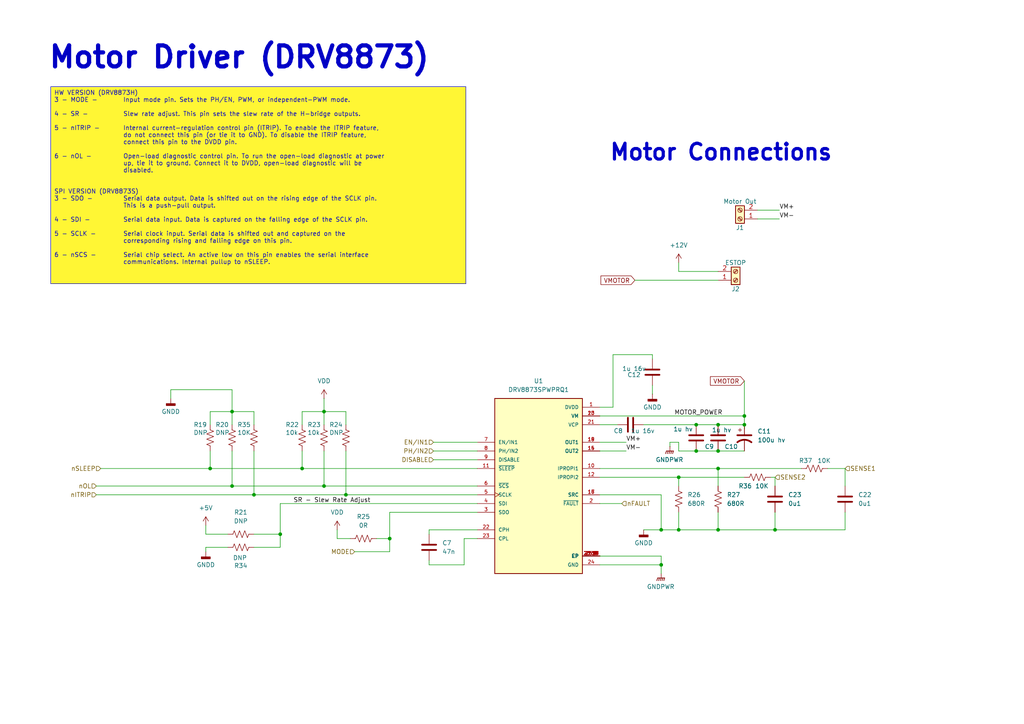
<source format=kicad_sch>
(kicad_sch (version 20250114) (generator "eeschema") (generator_version "9.0")
  (paper "A4")
  (lib_symbols
    (symbol "Connector:Screw_Terminal_01x02" (pin_names (offset 1.016) (hide yes))
      (property "Reference" "J" (at 0 2.54 0))
      (property "Value" "Screw_Terminal_01x02" (at 0 -5.08 0))
      (symbol "Screw_Terminal_01x02_1_1"
        (rectangle (start -1.27 1.27) (end 1.27 -3.81) (stroke (width 0.254)) (fill (type background)))
        (polyline (pts (xy -0.5334 0.3302) (xy 0.3302 -0.508)) (stroke (width 0.1524)))
        (polyline (pts (xy -0.5334 -2.2098) (xy 0.3302 -3.048)) (stroke (width 0.1524)))
        (polyline (pts (xy -0.3556 0.508) (xy 0.508 -0.3302)) (stroke (width 0.1524)))
        (polyline (pts (xy -0.3556 -2.032) (xy 0.508 -2.8702)) (stroke (width 0.1524)))
        (circle (center 0 0) (radius 0.635) (stroke (width 0.1524)))
        (circle (center 0 -2.54) (radius 0.635) (stroke (width 0.1524)))
        (pin passive line (at -5.08 0 0) (length 3.81) (name "Pin_1") (number "1"))
        (pin passive line (at -5.08 -2.54 0) (length 3.81) (name "Pin_2") (number "2"))
      )
    )
    (symbol "DRV8873SPWPRQ1:DRV8873SPWPRQ1" (pin_names (offset 1.016))
      (property "Reference" "U" (at -12.7 26.162 0))
      (property "Value" "DRV8873SPWPRQ1" (at -12.7 -27.94 0))
      (symbol "DRV8873SPWPRQ1_0_0"
        (rectangle (start -12.7 -25.4) (end 12.7 25.4) (stroke (width 0.254)) (fill (type background)))
        (pin input line (at -17.78 12.7 0) (length 5.08) (name "EN/IN1") (number "7"))
        (pin input line (at -17.78 10.16 0) (length 5.08) (name "PH/IN2") (number "8"))
        (pin input line (at -17.78 7.62 0) (length 5.08) (name "DISABLE") (number "9"))
        (pin input line (at -17.78 5.08 0) (length 5.08) (name "~{SLEEP}") (number "11"))
        (pin input line (at -17.78 0 0) (length 5.08) (name "~{SCS}") (number "6"))
        (pin input clock (at -17.78 -2.54 0) (length 5.08) (name "SCLK") (number "5"))
        (pin input line (at -17.78 -5.08 0) (length 5.08) (name "SDI") (number "4"))
        (pin output line (at -17.78 -7.62 0) (length 5.08) (name "SDO") (number "3"))
        (pin passive line (at -17.78 -12.7 0) (length 5.08) (name "CPH") (number "22"))
        (pin passive line (at -17.78 -15.24 0) (length 5.08) (name "CPL") (number "23"))
        (pin power_in line (at 17.78 22.86 180) (length 5.08) (name "DVDD") (number "1"))
        (pin power_in line (at 17.78 20.32 180) (length 5.08) (name "VM") (number "13"))
        (pin power_in line (at 17.78 20.32 180) (length 5.08) (name "VM") (number "20"))
        (pin power_in line (at 17.78 17.78 180) (length 5.08) (name "VCP") (number "21"))
        (pin output line (at 17.78 12.7 180) (length 5.08) (name "OUT1") (number "18"))
        (pin output line (at 17.78 12.7 180) (length 5.08) (name "OUT1") (number "19"))
        (pin output line (at 17.78 10.16 180) (length 5.08) (name "OUT2") (number "14"))
        (pin output line (at 17.78 10.16 180) (length 5.08) (name "OUT2") (number "15"))
        (pin output line (at 17.78 5.08 180) (length 5.08) (name "IPROPI1") (number "10"))
        (pin output line (at 17.78 2.54 180) (length 5.08) (name "IPROPI2") (number "12"))
        (pin output line (at 17.78 -2.54 180) (length 5.08) (name "SRC") (number "16"))
        (pin output line (at 17.78 -2.54 180) (length 5.08) (name "SRC") (number "17"))
        (pin output line (at 17.78 -5.08 180) (length 5.08) (name "~{FAULT}") (number "2"))
        (pin power_in line (at 17.78 -20.32 180) (length 5.08) (name "EP") (number "25"))
        (pin power_in line (at 17.78 -20.32 180) (length 5.08) (name "EP") (number "25.1"))
        (pin power_in line (at 17.78 -20.32 180) (length 5.08) (name "EP") (number "25.10"))
        (pin power_in line (at 17.78 -20.32 180) (length 5.08) (name "EP") (number "25.11"))
        (pin power_in line (at 17.78 -20.32 180) (length 5.08) (name "EP") (number "25.12"))
        (pin power_in line (at 17.78 -20.32 180) (length 5.08) (name "EP") (number "25.13"))
        (pin power_in line (at 17.78 -20.32 180) (length 5.08) (name "EP") (number "25.14"))
        (pin power_in line (at 17.78 -20.32 180) (length 5.08) (name "EP") (number "25.15"))
        (pin power_in line (at 17.78 -20.32 180) (length 5.08) (name "EP") (number "25.16"))
        (pin power_in line (at 17.78 -20.32 180) (length 5.08) (name "EP") (number "25.17"))
        (pin power_in line (at 17.78 -20.32 180) (length 5.08) (name "EP") (number "25.18"))
        (pin power_in line (at 17.78 -20.32 180) (length 5.08) (name "EP") (number "25.2"))
        (pin power_in line (at 17.78 -20.32 180) (length 5.08) (name "EP") (number "25.3"))
        (pin power_in line (at 17.78 -20.32 180) (length 5.08) (name "EP") (number "25.4"))
        (pin power_in line (at 17.78 -20.32 180) (length 5.08) (name "EP") (number "25.5"))
        (pin power_in line (at 17.78 -20.32 180) (length 5.08) (name "EP") (number "25.6"))
        (pin power_in line (at 17.78 -20.32 180) (length 5.08) (name "EP") (number "25.7"))
        (pin power_in line (at 17.78 -20.32 180) (length 5.08) (name "EP") (number "25.8"))
        (pin power_in line (at 17.78 -20.32 180) (length 5.08) (name "EP") (number "25.9"))
        (pin power_in line (at 17.78 -22.86 180) (length 5.08) (name "GND") (number "24"))
      )
    )
    (symbol "Device:C" (pin_numbers (hide yes)) (pin_names (offset 0.254))
      (property "Reference" "C" (at 0.635 2.54 0))
      (property "Value" "C" (at 0.635 -2.54 0))
      (symbol "C_0_1"
        (polyline (pts (xy -2.032 0.762) (xy 2.032 0.762)) (stroke (width 0.508)))
        (polyline (pts (xy -2.032 -0.762) (xy 2.032 -0.762)) (stroke (width 0.508)))
      )
      (symbol "C_1_1"
        (pin passive line (at 0 3.81 270) (length 2.794) (name "~") (number "1"))
        (pin passive line (at 0 -3.81 90) (length 2.794) (name "~") (number "2"))
      )
    )
    (symbol "Device:C_Polarized_US" (pin_numbers (hide yes)) (pin_names (offset 0.254) (hide yes))
      (property "Reference" "C" (at 0.635 2.54 0))
      (property "Value" "C_Polarized_US" (at 0.635 -2.54 0))
      (symbol "C_Polarized_US_0_1"
        (polyline (pts (xy -2.032 0.762) (xy 2.032 0.762)) (stroke (width 0.508)))
        (polyline (pts (xy -1.778 2.286) (xy -0.762 2.286)))
        (polyline (pts (xy -1.27 1.778) (xy -1.27 2.794)))
        (arc (start -2.032 -1.27) (mid 0 -0.5572) (end 2.032 -1.27) (stroke (width 0.508)))
      )
      (symbol "C_Polarized_US_1_1"
        (pin passive line (at 0 3.81 270) (length 2.794) (name "~") (number "1"))
        (pin passive line (at 0 -3.81 90) (length 3.302) (name "~") (number "2"))
      )
    )
    (symbol "Device:R_US" (pin_numbers (hide yes)) (pin_names (offset 0))
      (property "Reference" "R" (at 2.54 0 90))
      (property "Value" "R_US" (at -2.54 0 90))
      (symbol "R_US_0_1"
        (polyline (pts (xy 0 2.286) (xy 0 2.54)))
        (polyline (pts (xy 0 2.286) (xy 1.016 1.905) (xy 0 1.524) (xy -1.016 1.143) (xy 0 0.762)))
        (polyline (pts (xy 0 0.762) (xy 1.016 0.381) (xy 0 0) (xy -1.016 -0.381) (xy 0 -0.762)))
        (polyline (pts (xy 0 -0.762) (xy 1.016 -1.143) (xy 0 -1.524) (xy -1.016 -1.905) (xy 0 -2.286)))
        (polyline (pts (xy 0 -2.286) (xy 0 -2.54)))
      )
      (symbol "R_US_1_1"
        (pin passive line (at 0 3.81 270) (length 1.27) (name "~") (number "1"))
        (pin passive line (at 0 -3.81 90) (length 1.27) (name "~") (number "2"))
      )
    )
    (symbol "power:+12V" (power) (pin_numbers (hide yes)) (pin_names (offset 0) (hide yes))
      (property "Value" "+12V" (at 0 3.556 0))
      (symbol "+12V_0_1"
        (polyline (pts (xy -0.762 1.27) (xy 0 2.54)))
        (polyline (pts (xy 0 2.54) (xy 0.762 1.27)))
        (polyline (pts (xy 0 0) (xy 0 2.54)))
      )
      (symbol "+12V_1_1"
        (pin power_in line (at 0 0 90) (length 0) (name "~") (number "1"))
      )
    )
    (symbol "power:+5V" (power) (pin_numbers (hide yes)) (pin_names (offset 0) (hide yes))
      (property "Value" "+5V" (at 0 3.556 0))
      (symbol "+5V_0_1"
        (polyline (pts (xy -0.762 1.27) (xy 0 2.54)))
        (polyline (pts (xy 0 2.54) (xy 0.762 1.27)))
        (polyline (pts (xy 0 0) (xy 0 2.54)))
      )
      (symbol "+5V_1_1"
        (pin power_in line (at 0 0 90) (length 0) (name "~") (number "1"))
      )
    )
    (symbol "power:GNDD" (power) (pin_numbers (hide yes)) (pin_names (offset 0) (hide yes))
      (property "Value" "GNDD" (at 0 -3.175 0))
      (symbol "GNDD_0_1"
        (rectangle (start -1.27 -1.524) (end 1.27 -2.032) (stroke (width 0.254)) (fill (type outline)))
        (polyline (pts (xy 0 0) (xy 0 -1.524)))
      )
      (symbol "GNDD_1_1"
        (pin power_in line (at 0 0 270) (length 0) (name "~") (number "1"))
      )
    )
    (symbol "power:GNDPWR" (power) (pin_numbers (hide yes)) (pin_names (offset 0) (hide yes))
      (property "Value" "GNDPWR" (at 0 -3.302 0))
      (symbol "GNDPWR_0_1"
        (polyline (pts (xy -1.016 -1.27) (xy -1.27 -2.032) (xy -1.27 -2.032)) (stroke (width 0.2032)))
        (polyline (pts (xy -0.508 -1.27) (xy -0.762 -2.032) (xy -0.762 -2.032)) (stroke (width 0.2032)))
        (polyline (pts (xy 0 -1.27) (xy 0 0)))
        (polyline (pts (xy 0 -1.27) (xy -0.254 -2.032) (xy -0.254 -2.032)) (stroke (width 0.2032)))
        (polyline (pts (xy 0.508 -1.27) (xy 0.254 -2.032) (xy 0.254 -2.032)) (stroke (width 0.2032)))
        (polyline (pts (xy 1.016 -1.27) (xy -1.016 -1.27) (xy -1.016 -1.27)) (stroke (width 0.2032)))
        (polyline (pts (xy 1.016 -1.27) (xy 0.762 -2.032) (xy 0.762 -2.032) (xy 0.762 -2.032)) (stroke (width 0.2032)))
      )
      (symbol "GNDPWR_1_1"
        (pin power_in line (at 0 0 270) (length 0) (name "~") (number "1"))
      )
    )
    (symbol "power:VDD" (power) (pin_numbers (hide yes)) (pin_names (offset 0) (hide yes))
      (property "Value" "VDD" (at 0 3.556 0))
      (symbol "VDD_0_1"
        (polyline (pts (xy -0.762 1.27) (xy 0 2.54)))
        (polyline (pts (xy 0 2.54) (xy 0.762 1.27)))
        (polyline (pts (xy 0 0) (xy 0 2.54)))
      )
      (symbol "VDD_1_1"
        (pin power_in line (at 0 0 90) (length 0) (name "~") (number "1"))
      )
    )
  )
  (text "Motor Connections" (at 176.53 46.99 0) (effects (font (size 4.572 4.572) (thickness 0.9144) (bold yes)) (justify left bottom)))
  (text "Motor Driver (DRV8873)" (at 13.716 20.32 0) (effects (font (size 6.096 6.096) (thickness 1.2192) (bold yes)) (justify left bottom)))
  (text_box "HW VERSION (DRV8873H)\n3 - MODE -		Input mode pin. Sets the PH/EN, PWM, or independent-PWM mode.\n\n4 - SR - 		Slew rate adjust. This pin sets the slew rate of the H-bridge outputs.\n\n5 - nITRIP -	Internal current-regulation control pin (ITRIP). To enable the ITRIP feature,\n				do not connect this pin (or tie it to GND). To disable the ITRIP feature,\n				connect this pin to the DVDD pin.\n\n6 - nOL -		Open-load diagnostic control pin. To run the open-load diagnostic at power\n				up, tie it to ground. Connect it to DVDD, open-load diagnostic will be\n				disabled.\n\n\nSPI VERSION (DRV8873S)\n3 - SDO -		Serial data output. Data is shifted out on the rising edge of the SCLK pin.\n				This is a push-pull output.\n\n4 - SDI - 		Serial data input. Data is captured on the falling edge of the SCLK pin.\n\n5 - SCLK -		Serial clock input. Serial data is shifted out and captured on the\n				corresponding rising and falling edge on this pin.\n\n6 - nSCS -		Serial chip select. An active low on this pin enables the serial interface\n				communications. Internal pullup to nSLEEP." (at 14.732 25.146 0) (size 120.396 57.15) (margins 0.9525 0.9525 0.9525 0.9525) (fill (type color) (color 255 246 52 1)) (effects (font (size 1.27 1.27)) (justify left top)))
  (junction (at 93.98 140.97))
  (junction (at 113.03 156.21))
  (junction (at 224.79 153.67))
  (junction (at 100.33 143.51))
  (junction (at 67.31 119.38))
  (junction (at 196.85 153.67))
  (junction (at 208.28 135.89))
  (junction (at 191.77 153.67))
  (junction (at 208.28 130.81))
  (junction (at 93.98 119.38))
  (junction (at 191.77 163.83))
  (junction (at 60.96 135.89))
  (junction (at 208.28 123.19))
  (junction (at 201.93 123.19))
  (junction (at 81.28 154.94))
  (junction (at 73.66 143.51))
  (junction (at 196.85 138.43))
  (junction (at 215.9 123.19))
  (junction (at 215.9 120.65))
  (junction (at 87.63 135.89))
  (junction (at 201.93 130.81))
  (junction (at 67.31 140.97))
  (junction (at 208.28 153.67))
  (wire (pts (xy 124.46 163.83) (xy 134.62 163.83)))
  (wire (pts (xy 196.85 128.27) (xy 196.85 130.81)))
  (wire (pts (xy 49.53 115.57) (xy 49.53 113.03)))
  (wire (pts (xy 191.77 163.83) (xy 191.77 161.29)))
  (wire (pts (xy 201.93 130.81) (xy 208.28 130.81)))
  (wire (pts (xy 113.03 156.21) (xy 113.03 160.02)))
  (wire (pts (xy 215.9 123.19) (xy 208.28 123.19)))
  (wire (pts (xy 186.69 123.19) (xy 201.93 123.19)))
  (wire (pts (xy 97.79 156.21) (xy 101.6 156.21)))
  (wire (pts (xy 59.69 158.75) (xy 66.04 158.75)))
  (wire (pts (xy 177.8 102.87) (xy 177.8 118.11)))
  (wire (pts (xy 201.93 123.19) (xy 208.28 123.19)))
  (wire (pts (xy 208.28 135.89) (xy 173.99 135.89)))
  (wire (pts (xy 189.23 102.87) (xy 177.8 102.87)))
  (wire (pts (xy 93.98 115.57) (xy 93.98 119.38)))
  (wire (pts (xy 73.66 143.51) (xy 100.33 143.51)))
  (wire (pts (xy 87.63 119.38) (xy 93.98 119.38)))
  (wire (pts (xy 194.31 128.27) (xy 194.31 129.54)))
  (wire (pts (xy 173.99 120.65) (xy 215.9 120.65)))
  (wire (pts (xy 59.69 152.4) (xy 59.69 154.94)))
  (wire (pts (xy 67.31 113.03) (xy 67.31 119.38)))
  (wire (pts (xy 93.98 119.38) (xy 100.33 119.38)))
  (wire (pts (xy 191.77 153.67) (xy 191.77 143.51)))
  (wire (pts (xy 60.96 130.81) (xy 60.96 135.89)))
  (wire (pts (xy 67.31 140.97) (xy 93.98 140.97)))
  (wire (pts (xy 215.9 110.49) (xy 215.9 120.65)))
  (wire (pts (xy 196.85 78.74) (xy 208.28 78.74)))
  (wire (pts (xy 113.03 156.21) (xy 113.03 148.59)))
  (wire (pts (xy 173.99 138.43) (xy 196.85 138.43)))
  (wire (pts (xy 208.28 153.67) (xy 208.28 148.59)))
  (wire (pts (xy 67.31 130.81) (xy 67.31 140.97)))
  (wire (pts (xy 67.31 119.38) (xy 73.66 119.38)))
  (wire (pts (xy 245.11 153.67) (xy 245.11 148.59)))
  (wire (pts (xy 97.79 153.67) (xy 97.79 156.21)))
  (wire (pts (xy 93.98 119.38) (xy 93.98 123.19)))
  (wire (pts (xy 134.62 156.21) (xy 138.43 156.21)))
  (wire (pts (xy 208.28 130.81) (xy 215.9 130.81)))
  (wire (pts (xy 125.73 128.27) (xy 138.43 128.27)))
  (wire (pts (xy 173.99 128.27) (xy 181.61 128.27)))
  (wire (pts (xy 223.52 138.43) (xy 224.79 138.43)))
  (wire (pts (xy 100.33 119.38) (xy 100.33 123.19)))
  (wire (pts (xy 189.23 111.76) (xy 189.23 114.3)))
  (wire (pts (xy 27.94 140.97) (xy 67.31 140.97)))
  (wire (pts (xy 60.96 119.38) (xy 67.31 119.38)))
  (wire (pts (xy 59.69 154.94) (xy 66.04 154.94)))
  (wire (pts (xy 186.69 153.67) (xy 191.77 153.67)))
  (wire (pts (xy 100.33 130.81) (xy 100.33 143.51)))
  (wire (pts (xy 109.22 156.21) (xy 113.03 156.21)))
  (wire (pts (xy 27.94 143.51) (xy 73.66 143.51)))
  (wire (pts (xy 81.28 158.75) (xy 81.28 154.94)))
  (wire (pts (xy 81.28 146.05) (xy 81.28 154.94)))
  (wire (pts (xy 219.71 63.5) (xy 226.06 63.5)))
  (wire (pts (xy 189.23 102.87) (xy 189.23 104.14)))
  (wire (pts (xy 191.77 153.67) (xy 196.85 153.67)))
  (wire (pts (xy 196.85 148.59) (xy 196.85 153.67)))
  (wire (pts (xy 191.77 166.37) (xy 191.77 163.83)))
  (wire (pts (xy 93.98 130.81) (xy 93.98 140.97)))
  (wire (pts (xy 173.99 130.81) (xy 181.61 130.81)))
  (wire (pts (xy 100.33 143.51) (xy 138.43 143.51)))
  (wire (pts (xy 208.28 153.67) (xy 224.79 153.67)))
  (wire (pts (xy 184.15 81.28) (xy 208.28 81.28)))
  (wire (pts (xy 59.69 160.02) (xy 59.69 158.75)))
  (wire (pts (xy 87.63 123.19) (xy 87.63 119.38)))
  (wire (pts (xy 196.85 76.2) (xy 196.85 78.74)))
  (wire (pts (xy 245.11 135.89) (xy 245.11 140.97)))
  (wire (pts (xy 173.99 146.05) (xy 180.34 146.05)))
  (wire (pts (xy 177.8 118.11) (xy 173.99 118.11)))
  (wire (pts (xy 224.79 138.43) (xy 224.79 140.97)))
  (wire (pts (xy 215.9 124.46) (xy 215.9 123.19)))
  (wire (pts (xy 191.77 143.51) (xy 173.99 143.51)))
  (wire (pts (xy 196.85 138.43) (xy 196.85 140.97)))
  (wire (pts (xy 49.53 113.03) (xy 67.31 113.03)))
  (wire (pts (xy 125.73 130.81) (xy 138.43 130.81)))
  (wire (pts (xy 124.46 153.67) (xy 138.43 153.67)))
  (wire (pts (xy 87.63 135.89) (xy 138.43 135.89)))
  (wire (pts (xy 196.85 138.43) (xy 215.9 138.43)))
  (wire (pts (xy 60.96 135.89) (xy 87.63 135.89)))
  (wire (pts (xy 134.62 163.83) (xy 134.62 156.21)))
  (wire (pts (xy 81.28 146.05) (xy 138.43 146.05)))
  (wire (pts (xy 219.71 60.96) (xy 226.06 60.96)))
  (wire (pts (xy 73.66 158.75) (xy 81.28 158.75)))
  (wire (pts (xy 224.79 153.67) (xy 224.79 148.59)))
  (wire (pts (xy 173.99 163.83) (xy 191.77 163.83)))
  (wire (pts (xy 194.31 128.27) (xy 196.85 128.27)))
  (wire (pts (xy 124.46 162.56) (xy 124.46 163.83)))
  (wire (pts (xy 73.66 119.38) (xy 73.66 123.19)))
  (wire (pts (xy 81.28 154.94) (xy 73.66 154.94)))
  (wire (pts (xy 67.31 119.38) (xy 67.31 123.19)))
  (wire (pts (xy 113.03 160.02) (xy 102.87 160.02)))
  (wire (pts (xy 208.28 135.89) (xy 232.41 135.89)))
  (wire (pts (xy 173.99 123.19) (xy 179.07 123.19)))
  (wire (pts (xy 124.46 154.94) (xy 124.46 153.67)))
  (wire (pts (xy 87.63 130.81) (xy 87.63 135.89)))
  (wire (pts (xy 29.21 135.89) (xy 60.96 135.89)))
  (wire (pts (xy 191.77 161.29) (xy 173.99 161.29)))
  (wire (pts (xy 196.85 130.81) (xy 201.93 130.81)))
  (wire (pts (xy 73.66 130.81) (xy 73.66 143.51)))
  (wire (pts (xy 93.98 140.97) (xy 138.43 140.97)))
  (wire (pts (xy 60.96 123.19) (xy 60.96 119.38)))
  (wire (pts (xy 125.73 133.35) (xy 138.43 133.35)))
  (wire (pts (xy 113.03 148.59) (xy 138.43 148.59)))
  (wire (pts (xy 208.28 140.97) (xy 208.28 135.89)))
  (wire (pts (xy 196.85 153.67) (xy 208.28 153.67)))
  (wire (pts (xy 224.79 153.67) (xy 245.11 153.67)))
  (wire (pts (xy 215.9 120.65) (xy 215.9 123.19)))
  (wire (pts (xy 240.03 135.89) (xy 245.11 135.89)))
  (label "SR - Slew Rate Adjust" (at 85.09 146.05 0))
  (label "VM+" (at 181.61 128.27 0))
  (label "VM+" (at 226.06 60.96 0))
  (label "VM-" (at 181.61 130.81 0))
  (label "MOTOR_POWER" (at 195.58 120.65 0))
  (label "VM-" (at 226.06 63.5 0))
  (global_label "VMOTOR" (shape input) (at 215.9 110.49 180) (property "Intersheetrefs" "${INTERSHEET_REFS}" (effects (hide yes))))
  (global_label "VMOTOR" (shape input) (at 184.15 81.28 180) (property "Intersheetrefs" "${INTERSHEET_REFS}" (effects (hide yes))))
  (hierarchical_label "DISABLE" (shape input) (at 125.73 133.35 180))
  (hierarchical_label "nFAULT" (shape input) (at 180.34 146.05 0))
  (hierarchical_label "SENSE2" (shape input) (at 224.79 138.43 0))
  (hierarchical_label "nITRIP" (shape input) (at 27.94 143.51 180))
  (hierarchical_label "MODE" (shape input) (at 102.87 160.02 180))
  (hierarchical_label "PH{slash}IN2" (shape input) (at 125.73 130.81 180))
  (hierarchical_label "nSLEEP" (shape input) (at 29.21 135.89 180))
  (hierarchical_label "nOL" (shape input) (at 27.94 140.97 180))
  (hierarchical_label "EN{slash}IN1" (shape input) (at 125.73 128.27 180))
  (hierarchical_label "SENSE1" (shape input) (at 245.11 135.89 0))
  (symbol (lib_id "DRV8873SPWPRQ1:DRV8873SPWPRQ1") (at 156.21 140.97 0) (unit 1)
    (property "Reference" "U1" (at 156.21 110.49 0))
    (property "Value" "DRV8873SPWPRQ1" (at 156.21 113.03 0))
    (property "Footprint" "Package_SO:HTSSOP-24-1EP_4.4x7.8mm_P0.65mm_EP3.4x7.8mm_Mask2.4x4.68mm_ThermalVias" (effects (hide yes)))
    (property "MF" "Texas Instruments" (effects (hide yes)))
    (property "Description_1" "\nAutomotive 40-V, 10-A H-bridge motor driver with integrated current sensing & feedback\n" (effects (hide yes)))
    (property "Package" "HTSSOP-24 Texas Instruments" (effects (hide yes)))
    (property "Price" "None" (effects (hide yes)))
    (property "Check_prices" "https://www.snapeda.com/parts/DRV8873SPWPRQ1/Texas+Instruments/view-part/?ref=eda" (effects (hide yes)))
    (property "STANDARD" "Manufacturer Recommendations" (effects (hide yes)))
    (property "PARTREV" "A" (effects (hide yes)))
    (property "SnapEDA_Link" "https://www.snapeda.com/parts/DRV8873SPWPRQ1/Texas+Instruments/view-part/?ref=snap" (effects (hide yes)))
    (property "MP" "DRV8873SPWPRQ1" (effects (hide yes)))
    (property "Availability" "In Stock" (effects (hide yes)))
    (property "MANUFACTURER" "TEXAS INSTRUMENTS" (effects (hide yes)))
  )
  (symbol (lib_id "power:+12V") (at 196.85 76.2 0) (unit 1)
    (property "Reference" "#PWR07" (effects (hide yes)))
    (property "Value" "+12V" (at 196.85 71.12 0))
    (property "Description" "Power symbol creates a global label with name \"+12V\"" (effects (hide yes)))
  )
  (symbol (lib_id "power:GNDPWR") (at 191.77 166.37 0) (unit 1)
    (property "Reference" "#PWR026" (effects (hide yes)))
    (property "Value" "GNDPWR" (at 191.643 170.18 0))
    (property "Description" "Power symbol creates a global label with name \"GNDPWR\" , global ground" (effects (hide yes)))
  )
  (symbol (lib_id "Device:R_US") (at 67.31 127 180) (unit 1)
    (property "Reference" "R20" (at 62.484 123.19 0) (effects (justify right)))
    (property "Value" "DNP" (at 62.484 125.476 0) (effects (justify right)))
    (property "Footprint" "Resistor_SMD:R_0603_1608Metric" (effects (hide yes)))
    (property "Description" "Resistor, US symbol" (effects (hide yes)))
  )
  (symbol (lib_id "Device:C") (at 124.46 158.75 0) (unit 1)
    (property "Reference" "C7" (at 128.27 157.4799 0) (effects (justify left)))
    (property "Value" "47n" (at 128.27 160.0199 0) (effects (justify left)))
    (property "Footprint" "Capacitor_SMD:C_0603_1608Metric" (effects (hide yes)))
    (property "Description" "Unpolarized capacitor" (effects (hide yes)))
  )
  (symbol (lib_id "Device:R_US") (at 236.22 135.89 90) (unit 1)
    (property "Reference" "R37" (at 233.68 133.604 90))
    (property "Value" "10K" (at 239.014 133.604 90))
    (property "Footprint" "Resistor_SMD:R_0603_1608Metric" (effects (hide yes)))
    (property "Description" "Resistor, US symbol" (effects (hide yes)))
  )
  (symbol (lib_id "Device:R_US") (at 69.85 154.94 270) (unit 1)
    (property "Reference" "R21" (at 69.85 148.59 90))
    (property "Value" "DNP" (at 69.85 151.13 90))
    (property "Footprint" "Resistor_SMD:R_0603_1608Metric" (effects (hide yes)))
    (property "Description" "Resistor, US symbol" (effects (hide yes)))
  )
  (symbol (lib_id "Device:R_US") (at 219.71 138.43 90) (unit 1)
    (property "Reference" "R36" (at 216.154 140.97 90))
    (property "Value" "10K" (at 220.98 140.97 90))
    (property "Footprint" "Resistor_SMD:R_0603_1608Metric" (effects (hide yes)))
    (property "Description" "Resistor, US symbol" (effects (hide yes)))
  )
  (symbol (lib_id "power:GNDD") (at 59.69 160.02 0) (unit 1)
    (property "Reference" "#PWR043" (effects (hide yes)))
    (property "Value" "GNDD" (at 59.69 163.83 0))
    (property "Description" "Power symbol creates a global label with name \"GNDD\" , digital ground" (effects (hide yes)))
  )
  (symbol (lib_id "Connector:Screw_Terminal_01x02") (at 214.63 63.5 180) (unit 1)
    (property "Reference" "J1" (at 214.63 66.04 0))
    (property "Value" "Motor Out" (at 214.63 58.42 0))
    (property "Footprint" "Connector_Phoenix_MC:PhoenixContact_MC_1,5_2-G-3.81_1x02_P3.81mm_Horizontal" (effects (hide yes)))
    (property "Description" "Generic screw terminal, single row, 01x02, script generated (kicad-library-utils/schlib/autogen/connector/)" (effects (hide yes)))
  )
  (symbol (lib_id "Device:C") (at 189.23 107.95 0) (unit 1)
    (property "Reference" "C12" (at 183.896 108.712 0))
    (property "Value" "1u 16v" (at 183.896 106.934 0))
    (property "Footprint" "Capacitor_SMD:C_0603_1608Metric" (effects (hide yes)))
    (property "Description" "Unpolarized capacitor" (effects (hide yes)))
  )
  (symbol (lib_id "Device:R_US") (at 196.85 144.78 180) (unit 1)
    (property "Reference" "R26" (at 199.39 143.5099 0) (effects (justify right)))
    (property "Value" "680R" (at 199.39 146.0499 0) (effects (justify right)))
    (property "Footprint" "Resistor_SMD:R_0603_1608Metric" (effects (hide yes)))
    (property "Description" "Resistor, US symbol" (effects (hide yes)))
  )
  (symbol (lib_id "Device:R_US") (at 60.96 127 180) (unit 1)
    (property "Reference" "R19" (at 56.134 123.19 0) (effects (justify right)))
    (property "Value" "DNP" (at 56.134 125.476 0) (effects (justify right)))
    (property "Footprint" "Resistor_SMD:R_0603_1608Metric" (effects (hide yes)))
    (property "Description" "Resistor, US symbol" (effects (hide yes)))
  )
  (symbol (lib_id "power:GNDD") (at 186.69 153.67 0) (unit 1)
    (property "Reference" "#PWR027" (effects (hide yes)))
    (property "Value" "GNDD" (at 186.69 157.48 0))
    (property "Description" "Power symbol creates a global label with name \"GNDD\" , digital ground" (effects (hide yes)))
  )
  (symbol (lib_id "power:GNDD") (at 189.23 114.3 0) (unit 1)
    (property "Reference" "#PWR042" (effects (hide yes)))
    (property "Value" "GNDD" (at 189.23 118.11 0))
    (property "Description" "Power symbol creates a global label with name \"GNDD\" , digital ground" (effects (hide yes)))
  )
  (symbol (lib_id "Device:C") (at 201.93 127 180) (unit 1)
    (property "Reference" "C9" (at 205.74 129.54 0))
    (property "Value" "1u hv" (at 198.12 124.46 0))
    (property "Footprint" "Capacitor_SMD:C_1206_3216Metric" (effects (hide yes)))
    (property "Description" "Unpolarized capacitor" (effects (hide yes)))
  )
  (symbol (lib_id "power:VDD") (at 93.98 115.57 0) (unit 1)
    (property "Reference" "#PWR024" (effects (hide yes)))
    (property "Value" "VDD" (at 93.98 110.49 0))
    (property "Description" "Power symbol creates a global label with name \"VDD\"" (effects (hide yes)))
  )
  (symbol (lib_id "power:+5V") (at 59.69 152.4 0) (unit 1)
    (property "Reference" "#PWR022" (effects (hide yes)))
    (property "Value" "+5V" (at 59.69 147.32 0))
    (property "Description" "Power symbol creates a global label with name \"+5V\"" (effects (hide yes)))
  )
  (symbol (lib_id "Device:C") (at 224.79 144.78 0) (unit 1)
    (property "Reference" "C23" (at 228.6 143.5099 0) (effects (justify left)))
    (property "Value" "0u1" (at 228.6 146.0499 0) (effects (justify left)))
    (property "Footprint" "Capacitor_SMD:C_0603_1608Metric" (effects (hide yes)))
    (property "Description" "Unpolarized capacitor" (effects (hide yes)))
  )
  (symbol (lib_id "Device:C") (at 182.88 123.19 90) (unit 1)
    (property "Reference" "C8" (at 179.324 124.968 90))
    (property "Value" "1u 16v" (at 186.436 124.968 90))
    (property "Footprint" "Capacitor_SMD:C_0603_1608Metric" (effects (hide yes)))
    (property "Description" "Unpolarized capacitor" (effects (hide yes)))
  )
  (symbol (lib_id "Device:C") (at 245.11 144.78 0) (unit 1)
    (property "Reference" "C22" (at 248.92 143.5099 0) (effects (justify left)))
    (property "Value" "0u1" (at 248.92 146.0499 0) (effects (justify left)))
    (property "Footprint" "Capacitor_SMD:C_0603_1608Metric" (effects (hide yes)))
    (property "Description" "Unpolarized capacitor" (effects (hide yes)))
  )
  (symbol (lib_id "Device:R_US") (at 69.85 158.75 90) (unit 1)
    (property "Reference" "R34" (at 69.85 164.084 90))
    (property "Value" "DNP" (at 69.596 161.798 90))
    (property "Footprint" "Resistor_SMD:R_0603_1608Metric" (effects (hide yes)))
    (property "Description" "Resistor, US symbol" (effects (hide yes)))
  )
  (symbol (lib_id "Device:C") (at 208.28 127 180) (unit 1)
    (property "Reference" "C10" (at 212.09 129.54 0))
    (property "Value" "1u hv" (at 209.296 124.714 0))
    (property "Footprint" "Capacitor_SMD:C_1206_3216Metric" (effects (hide yes)))
    (property "Description" "Unpolarized capacitor" (effects (hide yes)))
  )
  (symbol (lib_id "Device:R_US") (at 73.66 127 180) (unit 1)
    (property "Reference" "R35" (at 68.834 123.19 0) (effects (justify right)))
    (property "Value" "10K" (at 68.834 125.476 0) (effects (justify right)))
    (property "Footprint" "Resistor_SMD:R_0603_1608Metric" (effects (hide yes)))
    (property "Description" "Resistor, US symbol" (effects (hide yes)))
  )
  (symbol (lib_id "power:GNDD") (at 49.53 115.57 0) (unit 1)
    (property "Reference" "#PWR016" (effects (hide yes)))
    (property "Value" "GNDD" (at 49.53 119.38 0))
    (property "Description" "Power symbol creates a global label with name \"GNDD\" , digital ground" (effects (hide yes)))
  )
  (symbol (lib_id "Device:R_US") (at 100.33 127 180) (unit 1)
    (property "Reference" "R24" (at 95.504 123.19 0) (effects (justify right)))
    (property "Value" "DNP" (at 95.504 125.476 0) (effects (justify right)))
    (property "Footprint" "Resistor_SMD:R_0603_1608Metric" (effects (hide yes)))
    (property "Description" "Resistor, US symbol" (effects (hide yes)))
  )
  (symbol (lib_id "Device:R_US") (at 105.41 156.21 90) (unit 1)
    (property "Reference" "R25" (at 105.41 149.86 90))
    (property "Value" "0R" (at 105.41 152.4 90))
    (property "Footprint" "Resistor_SMD:R_0603_1608Metric" (effects (hide yes)))
    (property "Description" "Resistor, US symbol" (effects (hide yes)))
  )
  (symbol (lib_id "Connector:Screw_Terminal_01x02") (at 213.36 81.28 0) (mirror x) (unit 1)
    (property "Reference" "J2" (at 213.36 83.82 0))
    (property "Value" "ESTOP" (at 213.36 76.2 0))
    (property "Footprint" "Connector_Phoenix_MSTB:PhoenixContact_MSTBA_2,5_2-G-5,08_1x02_P5.08mm_Horizontal" (effects (hide yes)))
    (property "Description" "Generic screw terminal, single row, 01x02, script generated (kicad-library-utils/schlib/autogen/connector/)" (effects (hide yes)))
  )
  (symbol (lib_id "Device:R_US") (at 87.63 127 180) (unit 1)
    (property "Reference" "R22" (at 82.804 123.19 0) (effects (justify right)))
    (property "Value" "10k" (at 82.804 125.476 0) (effects (justify right)))
    (property "Footprint" "Resistor_SMD:R_0603_1608Metric" (effects (hide yes)))
    (property "Description" "Resistor, US symbol" (effects (hide yes)))
  )
  (symbol (lib_id "power:GNDPWR") (at 194.31 129.54 0) (unit 1)
    (property "Reference" "#PWR029" (effects (hide yes)))
    (property "Value" "GNDPWR" (at 194.183 133.35 0))
    (property "Description" "Power symbol creates a global label with name \"GNDPWR\" , global ground" (effects (hide yes)))
  )
  (symbol (lib_id "Device:R_US") (at 208.28 144.78 180) (unit 1)
    (property "Reference" "R27" (at 210.82 143.5099 0) (effects (justify right)))
    (property "Value" "680R" (at 210.82 146.0499 0) (effects (justify right)))
    (property "Footprint" "Resistor_SMD:R_0603_1608Metric" (effects (hide yes)))
    (property "Description" "Resistor, US symbol" (effects (hide yes)))
  )
  (symbol (lib_id "power:VDD") (at 97.79 153.67 0) (unit 1)
    (property "Reference" "#PWR025" (effects (hide yes)))
    (property "Value" "VDD" (at 97.79 148.59 0))
    (property "Description" "Power symbol creates a global label with name \"VDD\"" (effects (hide yes)))
  )
  (symbol (lib_id "Device:C_Polarized_US") (at 215.9 127 0) (unit 1)
    (property "Reference" "C11" (at 219.71 125.0949 0) (effects (justify left)))
    (property "Value" "100u hv" (at 219.71 127.6349 0) (effects (justify left)))
    (property "Footprint" "Capacitor_SMD:CP_Elec_10x10.5" (effects (hide yes)))
    (property "Description" "Polarized capacitor, US symbol" (effects (hide yes)))
  )
  (symbol (lib_id "Device:R_US") (at 93.98 127 180) (unit 1)
    (property "Reference" "R23" (at 89.154 123.19 0) (effects (justify right)))
    (property "Value" "10k" (at 89.154 125.476 0) (effects (justify right)))
    (property "Footprint" "Resistor_SMD:R_0603_1608Metric" (effects (hide yes)))
    (property "Description" "Resistor, US symbol" (effects (hide yes)))
  )
)
</source>
